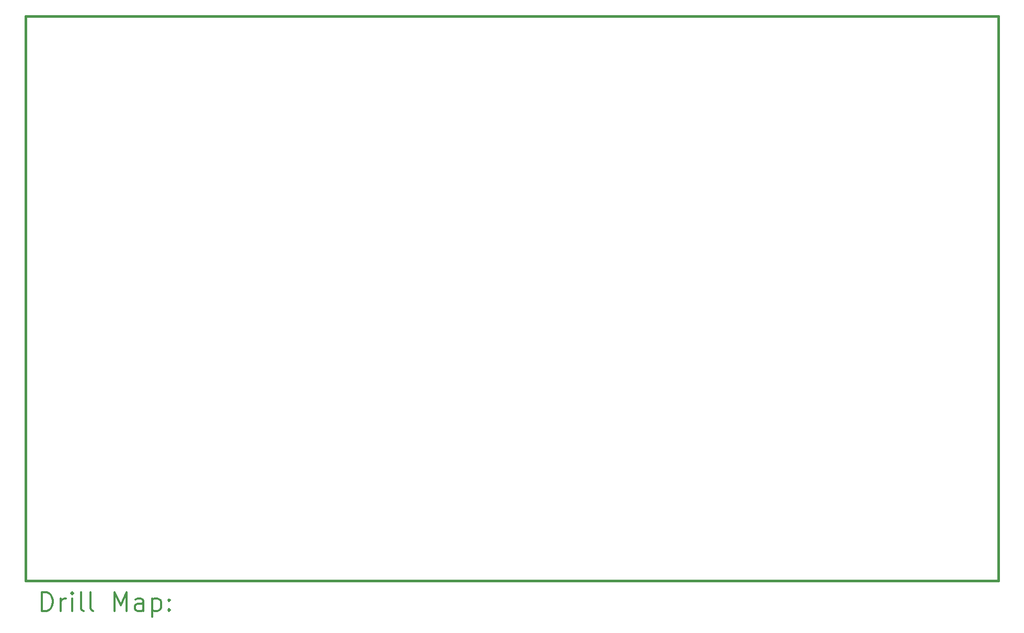
<source format=gbr>
%FSLAX45Y45*%
G04 Gerber Fmt 4.5, Leading zero omitted, Abs format (unit mm)*
G04 Created by KiCad (PCBNEW 5.1.10-88a1d61d58~88~ubuntu18.04.1) date 2021-06-12 18:10:06*
%MOMM*%
%LPD*%
G01*
G04 APERTURE LIST*
%TA.AperFunction,Profile*%
%ADD10C,0.381000*%
%TD*%
%ADD11C,0.200000*%
%ADD12C,0.300000*%
G04 APERTURE END LIST*
D10*
X7112000Y-14732000D02*
X22860000Y-14732000D01*
X7112000Y-5588000D02*
X7112000Y-14732000D01*
X22860000Y-5588000D02*
X7112000Y-5588000D01*
X22860000Y-5588000D02*
X22860000Y-14732000D01*
D11*
D12*
X7379378Y-15216764D02*
X7379378Y-14916764D01*
X7450807Y-14916764D01*
X7493664Y-14931050D01*
X7522236Y-14959621D01*
X7536521Y-14988193D01*
X7550807Y-15045336D01*
X7550807Y-15088193D01*
X7536521Y-15145336D01*
X7522236Y-15173907D01*
X7493664Y-15202479D01*
X7450807Y-15216764D01*
X7379378Y-15216764D01*
X7679378Y-15216764D02*
X7679378Y-15016764D01*
X7679378Y-15073907D02*
X7693664Y-15045336D01*
X7707950Y-15031050D01*
X7736521Y-15016764D01*
X7765093Y-15016764D01*
X7865093Y-15216764D02*
X7865093Y-15016764D01*
X7865093Y-14916764D02*
X7850807Y-14931050D01*
X7865093Y-14945336D01*
X7879378Y-14931050D01*
X7865093Y-14916764D01*
X7865093Y-14945336D01*
X8050807Y-15216764D02*
X8022236Y-15202479D01*
X8007950Y-15173907D01*
X8007950Y-14916764D01*
X8207950Y-15216764D02*
X8179378Y-15202479D01*
X8165093Y-15173907D01*
X8165093Y-14916764D01*
X8550807Y-15216764D02*
X8550807Y-14916764D01*
X8650807Y-15131050D01*
X8750807Y-14916764D01*
X8750807Y-15216764D01*
X9022236Y-15216764D02*
X9022236Y-15059621D01*
X9007950Y-15031050D01*
X8979378Y-15016764D01*
X8922236Y-15016764D01*
X8893664Y-15031050D01*
X9022236Y-15202479D02*
X8993664Y-15216764D01*
X8922236Y-15216764D01*
X8893664Y-15202479D01*
X8879378Y-15173907D01*
X8879378Y-15145336D01*
X8893664Y-15116764D01*
X8922236Y-15102479D01*
X8993664Y-15102479D01*
X9022236Y-15088193D01*
X9165093Y-15016764D02*
X9165093Y-15316764D01*
X9165093Y-15031050D02*
X9193664Y-15016764D01*
X9250807Y-15016764D01*
X9279378Y-15031050D01*
X9293664Y-15045336D01*
X9307950Y-15073907D01*
X9307950Y-15159621D01*
X9293664Y-15188193D01*
X9279378Y-15202479D01*
X9250807Y-15216764D01*
X9193664Y-15216764D01*
X9165093Y-15202479D01*
X9436521Y-15188193D02*
X9450807Y-15202479D01*
X9436521Y-15216764D01*
X9422236Y-15202479D01*
X9436521Y-15188193D01*
X9436521Y-15216764D01*
X9436521Y-15031050D02*
X9450807Y-15045336D01*
X9436521Y-15059621D01*
X9422236Y-15045336D01*
X9436521Y-15031050D01*
X9436521Y-15059621D01*
M02*

</source>
